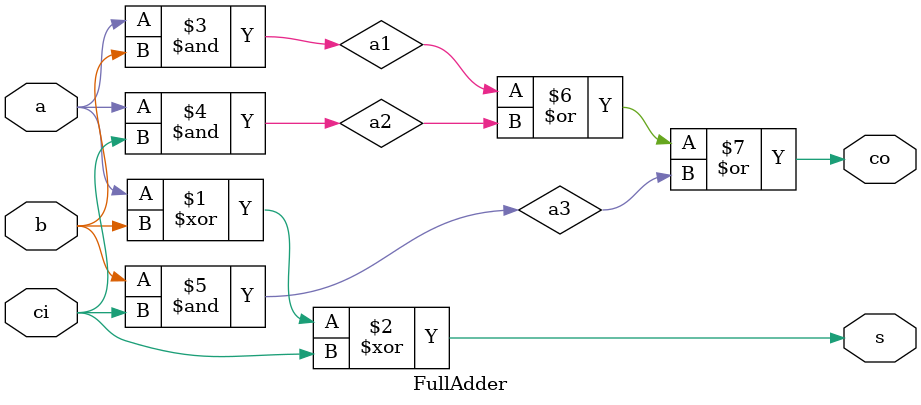
<source format=v>
`timescale 1ns / 1ps


module FullAdder(input a, input b, input ci, output s, output co);

    //For s
    xor s_res(s, a, b, ci);
    
    
    //For co
    wire a1, a2, a3;
    and and_inter1(a1, a, b);
    and and_inter2(a2, a, ci);
    and and_inter3(a3, b, ci);
    or co_res(co, a1, a2, a3);
    

endmodule

</source>
